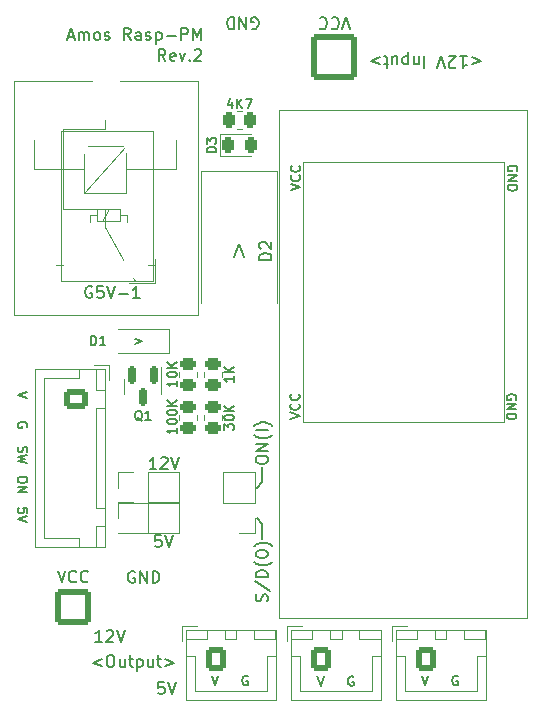
<source format=gbr>
%TF.GenerationSoftware,KiCad,Pcbnew,(6.0.10)*%
%TF.CreationDate,2023-01-30T20:49:18+09:00*%
%TF.ProjectId,rasp_power_module,72617370-5f70-46f7-9765-725f6d6f6475,2*%
%TF.SameCoordinates,PX74269e8PY6f4e628*%
%TF.FileFunction,Legend,Top*%
%TF.FilePolarity,Positive*%
%FSLAX46Y46*%
G04 Gerber Fmt 4.6, Leading zero omitted, Abs format (unit mm)*
G04 Created by KiCad (PCBNEW (6.0.10)) date 2023-01-30 20:49:18*
%MOMM*%
%LPD*%
G01*
G04 APERTURE LIST*
G04 Aperture macros list*
%AMRoundRect*
0 Rectangle with rounded corners*
0 $1 Rounding radius*
0 $2 $3 $4 $5 $6 $7 $8 $9 X,Y pos of 4 corners*
0 Add a 4 corners polygon primitive as box body*
4,1,4,$2,$3,$4,$5,$6,$7,$8,$9,$2,$3,0*
0 Add four circle primitives for the rounded corners*
1,1,$1+$1,$2,$3*
1,1,$1+$1,$4,$5*
1,1,$1+$1,$6,$7*
1,1,$1+$1,$8,$9*
0 Add four rect primitives between the rounded corners*
20,1,$1+$1,$2,$3,$4,$5,0*
20,1,$1+$1,$4,$5,$6,$7,0*
20,1,$1+$1,$6,$7,$8,$9,0*
20,1,$1+$1,$8,$9,$2,$3,0*%
G04 Aperture macros list end*
%ADD10C,0.150000*%
%ADD11C,0.120000*%
%ADD12C,3.000000*%
%ADD13C,2.500000*%
%ADD14C,1.524000*%
%ADD15RoundRect,0.250000X0.450000X-0.262500X0.450000X0.262500X-0.450000X0.262500X-0.450000X-0.262500X0*%
%ADD16R,3.000000X3.000000*%
%ADD17R,1.700000X1.700000*%
%ADD18O,1.700000X1.700000*%
%ADD19RoundRect,0.250000X-0.450000X0.262500X-0.450000X-0.262500X0.450000X-0.262500X0.450000X0.262500X0*%
%ADD20RoundRect,0.249999X-1.300001X-1.300001X1.300001X-1.300001X1.300001X1.300001X-1.300001X1.300001X0*%
%ADD21C,3.100000*%
%ADD22R,3.300000X4.500000*%
%ADD23R,2.000000X2.000000*%
%ADD24C,2.000000*%
%ADD25RoundRect,0.250000X-0.600000X-0.750000X0.600000X-0.750000X0.600000X0.750000X-0.600000X0.750000X0*%
%ADD26O,1.700000X2.000000*%
%ADD27RoundRect,0.250000X0.262500X0.450000X-0.262500X0.450000X-0.262500X-0.450000X0.262500X-0.450000X0*%
%ADD28RoundRect,0.243750X-0.243750X-0.456250X0.243750X-0.456250X0.243750X0.456250X-0.243750X0.456250X0*%
%ADD29RoundRect,0.250002X1.699998X1.699998X-1.699998X1.699998X-1.699998X-1.699998X1.699998X-1.699998X0*%
%ADD30C,3.900000*%
%ADD31RoundRect,0.150000X-0.150000X0.587500X-0.150000X-0.587500X0.150000X-0.587500X0.150000X0.587500X0*%
%ADD32R,1.300000X1.700000*%
%ADD33RoundRect,0.250000X-0.725000X0.600000X-0.725000X-0.600000X0.725000X-0.600000X0.725000X0.600000X0*%
%ADD34O,1.950000X1.700000*%
G04 APERTURE END LIST*
D10*
X20761000Y18648200D02*
X21209000Y19126200D01*
X21209000Y19126200D02*
X21209000Y20396200D01*
X21209000Y15621000D02*
X21209000Y14351000D01*
X20761000Y16078200D02*
X21209000Y15621000D01*
X12636523Y14644620D02*
X12160333Y14644620D01*
X12112714Y14168429D01*
X12160333Y14216048D01*
X12255571Y14263667D01*
X12493666Y14263667D01*
X12588904Y14216048D01*
X12636523Y14168429D01*
X12684142Y14073191D01*
X12684142Y13835096D01*
X12636523Y13739858D01*
X12588904Y13692239D01*
X12493666Y13644620D01*
X12255571Y13644620D01*
X12160333Y13692239D01*
X12112714Y13739858D01*
X12969857Y14644620D02*
X13303190Y13644620D01*
X13636523Y14644620D01*
X21613761Y9057000D02*
X21661380Y9199858D01*
X21661380Y9437953D01*
X21613761Y9533191D01*
X21566142Y9580810D01*
X21470904Y9628429D01*
X21375666Y9628429D01*
X21280428Y9580810D01*
X21232809Y9533191D01*
X21185190Y9437953D01*
X21137571Y9247477D01*
X21089952Y9152239D01*
X21042333Y9104620D01*
X20947095Y9057000D01*
X20851857Y9057000D01*
X20756619Y9104620D01*
X20709000Y9152239D01*
X20661380Y9247477D01*
X20661380Y9485572D01*
X20709000Y9628429D01*
X20613761Y10771286D02*
X21899476Y9914143D01*
X21661380Y11104620D02*
X20661380Y11104620D01*
X20661380Y11342715D01*
X20709000Y11485572D01*
X20804238Y11580810D01*
X20899476Y11628429D01*
X21089952Y11676048D01*
X21232809Y11676048D01*
X21423285Y11628429D01*
X21518523Y11580810D01*
X21613761Y11485572D01*
X21661380Y11342715D01*
X21661380Y11104620D01*
X22042333Y12390334D02*
X21994714Y12342715D01*
X21851857Y12247477D01*
X21756619Y12199858D01*
X21613761Y12152239D01*
X21375666Y12104620D01*
X21185190Y12104620D01*
X20947095Y12152239D01*
X20804238Y12199858D01*
X20709000Y12247477D01*
X20566142Y12342715D01*
X20518523Y12390334D01*
X20661380Y12961762D02*
X20661380Y13152239D01*
X20709000Y13247477D01*
X20804238Y13342715D01*
X20994714Y13390334D01*
X21328047Y13390334D01*
X21518523Y13342715D01*
X21613761Y13247477D01*
X21661380Y13152239D01*
X21661380Y12961762D01*
X21613761Y12866524D01*
X21518523Y12771286D01*
X21328047Y12723667D01*
X20994714Y12723667D01*
X20804238Y12771286D01*
X20709000Y12866524D01*
X20661380Y12961762D01*
X22042333Y13723667D02*
X21994714Y13771286D01*
X21851857Y13866524D01*
X21756619Y13914143D01*
X21613761Y13961762D01*
X21375666Y14009381D01*
X21185190Y14009381D01*
X20947095Y13961762D01*
X20804238Y13914143D01*
X20709000Y13866524D01*
X20566142Y13771286D01*
X20518523Y13723667D01*
X1327095Y16535381D02*
X1327095Y16916334D01*
X946142Y16954429D01*
X984238Y16916334D01*
X1022333Y16840143D01*
X1022333Y16649667D01*
X984238Y16573477D01*
X946142Y16535381D01*
X869952Y16497286D01*
X679476Y16497286D01*
X603285Y16535381D01*
X565190Y16573477D01*
X527095Y16649667D01*
X527095Y16840143D01*
X565190Y16916334D01*
X603285Y16954429D01*
X1327095Y16268715D02*
X527095Y16002048D01*
X1327095Y15735381D01*
X565190Y22148715D02*
X527095Y22034429D01*
X527095Y21843953D01*
X565190Y21767762D01*
X603285Y21729667D01*
X679476Y21691572D01*
X755666Y21691572D01*
X831857Y21729667D01*
X869952Y21767762D01*
X908047Y21843953D01*
X946142Y21996334D01*
X984238Y22072524D01*
X1022333Y22110620D01*
X1098523Y22148715D01*
X1174714Y22148715D01*
X1250904Y22110620D01*
X1289000Y22072524D01*
X1327095Y21996334D01*
X1327095Y21805858D01*
X1289000Y21691572D01*
X1327095Y21424905D02*
X527095Y21234429D01*
X1098523Y21082048D01*
X527095Y20929667D01*
X1327095Y20739191D01*
X38932952Y54522715D02*
X39694857Y54808429D01*
X38932952Y55094143D01*
X37932952Y55189381D02*
X38504380Y55189381D01*
X38218666Y55189381D02*
X38218666Y54189381D01*
X38313904Y54332239D01*
X38409142Y54427477D01*
X38504380Y54475096D01*
X37552000Y54284620D02*
X37504380Y54237000D01*
X37409142Y54189381D01*
X37171047Y54189381D01*
X37075809Y54237000D01*
X37028190Y54284620D01*
X36980571Y54379858D01*
X36980571Y54475096D01*
X37028190Y54617953D01*
X37599619Y55189381D01*
X36980571Y55189381D01*
X36694857Y54189381D02*
X36361523Y55189381D01*
X36028190Y54189381D01*
X34932952Y55189381D02*
X34932952Y54189381D01*
X34456761Y54522715D02*
X34456761Y55189381D01*
X34456761Y54617953D02*
X34409142Y54570334D01*
X34313904Y54522715D01*
X34171047Y54522715D01*
X34075809Y54570334D01*
X34028190Y54665572D01*
X34028190Y55189381D01*
X33552000Y54522715D02*
X33552000Y55522715D01*
X33552000Y54570334D02*
X33456761Y54522715D01*
X33266285Y54522715D01*
X33171047Y54570334D01*
X33123428Y54617953D01*
X33075809Y54713191D01*
X33075809Y54998905D01*
X33123428Y55094143D01*
X33171047Y55141762D01*
X33266285Y55189381D01*
X33456761Y55189381D01*
X33552000Y55141762D01*
X32218666Y54522715D02*
X32218666Y55189381D01*
X32647238Y54522715D02*
X32647238Y55046524D01*
X32599619Y55141762D01*
X32504380Y55189381D01*
X32361523Y55189381D01*
X32266285Y55141762D01*
X32218666Y55094143D01*
X31885333Y54522715D02*
X31504380Y54522715D01*
X31742476Y54189381D02*
X31742476Y55046524D01*
X31694857Y55141762D01*
X31599619Y55189381D01*
X31504380Y55189381D01*
X31171047Y54522715D02*
X30409142Y54808429D01*
X31171047Y55094143D01*
X10388695Y11549000D02*
X10293457Y11596620D01*
X10150600Y11596620D01*
X10007742Y11549000D01*
X9912504Y11453762D01*
X9864885Y11358524D01*
X9817266Y11168048D01*
X9817266Y11025191D01*
X9864885Y10834715D01*
X9912504Y10739477D01*
X10007742Y10644239D01*
X10150600Y10596620D01*
X10245838Y10596620D01*
X10388695Y10644239D01*
X10436314Y10691858D01*
X10436314Y11025191D01*
X10245838Y11025191D01*
X10864885Y10596620D02*
X10864885Y11596620D01*
X11436314Y10596620D01*
X11436314Y11596620D01*
X11912504Y10596620D02*
X11912504Y11596620D01*
X12150600Y11596620D01*
X12293457Y11549000D01*
X12388695Y11453762D01*
X12436314Y11358524D01*
X12483933Y11168048D01*
X12483933Y11025191D01*
X12436314Y10834715D01*
X12388695Y10739477D01*
X12293457Y10644239D01*
X12150600Y10596620D01*
X11912504Y10596620D01*
X1327095Y19418239D02*
X1327095Y19265858D01*
X1289000Y19189667D01*
X1212809Y19113477D01*
X1060428Y19075381D01*
X793761Y19075381D01*
X641380Y19113477D01*
X565190Y19189667D01*
X527095Y19265858D01*
X527095Y19418239D01*
X565190Y19494429D01*
X641380Y19570620D01*
X793761Y19608715D01*
X1060428Y19608715D01*
X1212809Y19570620D01*
X1289000Y19494429D01*
X1327095Y19418239D01*
X527095Y18732524D02*
X1327095Y18732524D01*
X527095Y18275381D01*
X1327095Y18275381D01*
X13950904Y27717820D02*
X13950904Y27260677D01*
X13950904Y27489248D02*
X13150904Y27489248D01*
X13265190Y27413058D01*
X13341380Y27336867D01*
X13379476Y27260677D01*
X13150904Y28213058D02*
X13150904Y28289248D01*
X13189000Y28365439D01*
X13227095Y28403534D01*
X13303285Y28441629D01*
X13455666Y28479724D01*
X13646142Y28479724D01*
X13798523Y28441629D01*
X13874714Y28403534D01*
X13912809Y28365439D01*
X13950904Y28289248D01*
X13950904Y28213058D01*
X13912809Y28136867D01*
X13874714Y28098772D01*
X13798523Y28060677D01*
X13646142Y28022581D01*
X13455666Y28022581D01*
X13303285Y28060677D01*
X13227095Y28098772D01*
X13189000Y28136867D01*
X13150904Y28213058D01*
X13950904Y28822581D02*
X13150904Y28822581D01*
X13950904Y29279724D02*
X13493761Y28936867D01*
X13150904Y29279724D02*
X13608047Y28822581D01*
X13950904Y23730067D02*
X13950904Y23272924D01*
X13950904Y23501496D02*
X13150904Y23501496D01*
X13265190Y23425305D01*
X13341380Y23349115D01*
X13379476Y23272924D01*
X13150904Y24225305D02*
X13150904Y24301496D01*
X13189000Y24377686D01*
X13227095Y24415781D01*
X13303285Y24453877D01*
X13455666Y24491972D01*
X13646142Y24491972D01*
X13798523Y24453877D01*
X13874714Y24415781D01*
X13912809Y24377686D01*
X13950904Y24301496D01*
X13950904Y24225305D01*
X13912809Y24149115D01*
X13874714Y24111020D01*
X13798523Y24072924D01*
X13646142Y24034829D01*
X13455666Y24034829D01*
X13303285Y24072924D01*
X13227095Y24111020D01*
X13189000Y24149115D01*
X13150904Y24225305D01*
X13150904Y24987210D02*
X13150904Y25063400D01*
X13189000Y25139591D01*
X13227095Y25177686D01*
X13303285Y25215781D01*
X13455666Y25253877D01*
X13646142Y25253877D01*
X13798523Y25215781D01*
X13874714Y25177686D01*
X13912809Y25139591D01*
X13950904Y25063400D01*
X13950904Y24987210D01*
X13912809Y24911020D01*
X13874714Y24872924D01*
X13798523Y24834829D01*
X13646142Y24796734D01*
X13455666Y24796734D01*
X13303285Y24834829D01*
X13227095Y24872924D01*
X13189000Y24911020D01*
X13150904Y24987210D01*
X13950904Y25596734D02*
X13150904Y25596734D01*
X13950904Y26053877D02*
X13493761Y25711020D01*
X13150904Y26053877D02*
X13608047Y25596734D01*
X7635952Y5618220D02*
X7064523Y5618220D01*
X7350238Y5618220D02*
X7350238Y6618220D01*
X7255000Y6475362D01*
X7159761Y6380124D01*
X7064523Y6332505D01*
X8016904Y6522981D02*
X8064523Y6570600D01*
X8159761Y6618220D01*
X8397857Y6618220D01*
X8493095Y6570600D01*
X8540714Y6522981D01*
X8588333Y6427743D01*
X8588333Y6332505D01*
X8540714Y6189648D01*
X7969285Y5618220D01*
X8588333Y5618220D01*
X8874047Y6618220D02*
X9207380Y5618220D01*
X9540714Y6618220D01*
X18650028Y51352429D02*
X18650028Y50819096D01*
X18459552Y51657191D02*
X18269076Y51085762D01*
X18764314Y51085762D01*
X19069076Y50819096D02*
X19069076Y51619096D01*
X19526219Y50819096D02*
X19183361Y51276239D01*
X19526219Y51619096D02*
X19069076Y51161953D01*
X19792885Y51619096D02*
X20326219Y51619096D01*
X19983361Y50819096D01*
X18804771Y38163572D02*
X19233342Y39306429D01*
X19661914Y38163572D01*
X1289000Y23793477D02*
X1327095Y23869667D01*
X1327095Y23983953D01*
X1289000Y24098239D01*
X1212809Y24174429D01*
X1136619Y24212524D01*
X984238Y24250620D01*
X869952Y24250620D01*
X717571Y24212524D01*
X641380Y24174429D01*
X565190Y24098239D01*
X527095Y23983953D01*
X527095Y23907762D01*
X565190Y23793477D01*
X603285Y23755381D01*
X869952Y23755381D01*
X869952Y23907762D01*
X20661380Y20955191D02*
X20661380Y21145667D01*
X20709000Y21240905D01*
X20804238Y21336143D01*
X20994714Y21383762D01*
X21328047Y21383762D01*
X21518523Y21336143D01*
X21613761Y21240905D01*
X21661380Y21145667D01*
X21661380Y20955191D01*
X21613761Y20859953D01*
X21518523Y20764715D01*
X21328047Y20717096D01*
X20994714Y20717096D01*
X20804238Y20764715D01*
X20709000Y20859953D01*
X20661380Y20955191D01*
X21661380Y21812334D02*
X20661380Y21812334D01*
X21661380Y22383762D01*
X20661380Y22383762D01*
X22042333Y23145667D02*
X21994714Y23098048D01*
X21851857Y23002810D01*
X21756619Y22955191D01*
X21613761Y22907572D01*
X21375666Y22859953D01*
X21185190Y22859953D01*
X20947095Y22907572D01*
X20804238Y22955191D01*
X20709000Y23002810D01*
X20566142Y23098048D01*
X20518523Y23145667D01*
X21661380Y23526620D02*
X20661380Y23526620D01*
X22042333Y23907572D02*
X21994714Y23955191D01*
X21851857Y24050429D01*
X21756619Y24098048D01*
X21613761Y24145667D01*
X21375666Y24193286D01*
X21185190Y24193286D01*
X20947095Y24145667D01*
X20804238Y24098048D01*
X20709000Y24050429D01*
X20566142Y23955191D01*
X20518523Y23907572D01*
X12237952Y20248620D02*
X11666523Y20248620D01*
X11952238Y20248620D02*
X11952238Y21248620D01*
X11857000Y21105762D01*
X11761761Y21010524D01*
X11666523Y20962905D01*
X12618904Y21153381D02*
X12666523Y21201000D01*
X12761761Y21248620D01*
X12999857Y21248620D01*
X13095095Y21201000D01*
X13142714Y21153381D01*
X13190333Y21058143D01*
X13190333Y20962905D01*
X13142714Y20820048D01*
X12571285Y20248620D01*
X13190333Y20248620D01*
X13476047Y21248620D02*
X13809380Y20248620D01*
X14142714Y21248620D01*
X28638333Y57491381D02*
X28305000Y58491381D01*
X27971666Y57491381D01*
X27066904Y58396143D02*
X27114523Y58443762D01*
X27257380Y58491381D01*
X27352619Y58491381D01*
X27495476Y58443762D01*
X27590714Y58348524D01*
X27638333Y58253286D01*
X27685952Y58062810D01*
X27685952Y57919953D01*
X27638333Y57729477D01*
X27590714Y57634239D01*
X27495476Y57539000D01*
X27352619Y57491381D01*
X27257380Y57491381D01*
X27114523Y57539000D01*
X27066904Y57586620D01*
X26066904Y58396143D02*
X26114523Y58443762D01*
X26257380Y58491381D01*
X26352619Y58491381D01*
X26495476Y58443762D01*
X26590714Y58348524D01*
X26638333Y58253286D01*
X26685952Y58062810D01*
X26685952Y57919953D01*
X26638333Y57729477D01*
X26590714Y57634239D01*
X26495476Y57539000D01*
X26352619Y57491381D01*
X26257380Y57491381D01*
X26114523Y57539000D01*
X26066904Y57586620D01*
X25876447Y2698696D02*
X26143114Y1898696D01*
X26409780Y2698696D01*
X28924066Y2660600D02*
X28847876Y2698696D01*
X28733590Y2698696D01*
X28619304Y2660600D01*
X28543114Y2584410D01*
X28505019Y2508220D01*
X28466923Y2355839D01*
X28466923Y2241553D01*
X28505019Y2089172D01*
X28543114Y2012981D01*
X28619304Y1936791D01*
X28733590Y1898696D01*
X28809780Y1898696D01*
X28924066Y1936791D01*
X28962161Y1974886D01*
X28962161Y2241553D01*
X28809780Y2241553D01*
X42741800Y45491324D02*
X42779895Y45567515D01*
X42779895Y45681800D01*
X42741800Y45796086D01*
X42665609Y45872277D01*
X42589419Y45910372D01*
X42437038Y45948467D01*
X42322752Y45948467D01*
X42170371Y45910372D01*
X42094180Y45872277D01*
X42017990Y45796086D01*
X41979895Y45681800D01*
X41979895Y45605610D01*
X42017990Y45491324D01*
X42056085Y45453229D01*
X42322752Y45453229D01*
X42322752Y45605610D01*
X41979895Y45110372D02*
X42779895Y45110372D01*
X41979895Y44653229D01*
X42779895Y44653229D01*
X41979895Y44272277D02*
X42779895Y44272277D01*
X42779895Y44081800D01*
X42741800Y43967515D01*
X42665609Y43891324D01*
X42589419Y43853229D01*
X42437038Y43815134D01*
X42322752Y43815134D01*
X42170371Y43853229D01*
X42094180Y43891324D01*
X42017990Y43967515D01*
X41979895Y44081800D01*
X41979895Y44272277D01*
X34715647Y2749496D02*
X34982314Y1949496D01*
X35248980Y2749496D01*
X37763266Y2711400D02*
X37687076Y2749496D01*
X37572790Y2749496D01*
X37458504Y2711400D01*
X37382314Y2635210D01*
X37344219Y2559020D01*
X37306123Y2406639D01*
X37306123Y2292353D01*
X37344219Y2139972D01*
X37382314Y2063781D01*
X37458504Y1987591D01*
X37572790Y1949496D01*
X37648980Y1949496D01*
X37763266Y1987591D01*
X37801361Y2025686D01*
X37801361Y2292353D01*
X37648980Y2292353D01*
X6770904Y35679000D02*
X6675666Y35726620D01*
X6532809Y35726620D01*
X6389952Y35679000D01*
X6294714Y35583762D01*
X6247095Y35488524D01*
X6199476Y35298048D01*
X6199476Y35155191D01*
X6247095Y34964715D01*
X6294714Y34869477D01*
X6389952Y34774239D01*
X6532809Y34726620D01*
X6628047Y34726620D01*
X6770904Y34774239D01*
X6818523Y34821858D01*
X6818523Y35155191D01*
X6628047Y35155191D01*
X7723285Y35726620D02*
X7247095Y35726620D01*
X7199476Y35250429D01*
X7247095Y35298048D01*
X7342333Y35345667D01*
X7580428Y35345667D01*
X7675666Y35298048D01*
X7723285Y35250429D01*
X7770904Y35155191D01*
X7770904Y34917096D01*
X7723285Y34821858D01*
X7675666Y34774239D01*
X7580428Y34726620D01*
X7342333Y34726620D01*
X7247095Y34774239D01*
X7199476Y34821858D01*
X8056619Y35726620D02*
X8389952Y34726620D01*
X8723285Y35726620D01*
X9056619Y35107572D02*
X9818523Y35107572D01*
X10818523Y34726620D02*
X10247095Y34726620D01*
X10532809Y34726620D02*
X10532809Y35726620D01*
X10437571Y35583762D01*
X10342333Y35488524D01*
X10247095Y35440905D01*
X42691000Y26136524D02*
X42729095Y26212715D01*
X42729095Y26327000D01*
X42691000Y26441286D01*
X42614809Y26517477D01*
X42538619Y26555572D01*
X42386238Y26593667D01*
X42271952Y26593667D01*
X42119571Y26555572D01*
X42043380Y26517477D01*
X41967190Y26441286D01*
X41929095Y26327000D01*
X41929095Y26250810D01*
X41967190Y26136524D01*
X42005285Y26098429D01*
X42271952Y26098429D01*
X42271952Y26250810D01*
X41929095Y25755572D02*
X42729095Y25755572D01*
X41929095Y25298429D01*
X42729095Y25298429D01*
X41929095Y24917477D02*
X42729095Y24917477D01*
X42729095Y24727000D01*
X42691000Y24612715D01*
X42614809Y24536524D01*
X42538619Y24498429D01*
X42386238Y24460334D01*
X42271952Y24460334D01*
X42119571Y24498429D01*
X42043380Y24536524D01*
X41967190Y24612715D01*
X41929095Y24727000D01*
X41929095Y24917477D01*
X10439438Y31286429D02*
X11048961Y31057858D01*
X10439438Y30829286D01*
X16935647Y2749496D02*
X17202314Y1949496D01*
X17468980Y2749496D01*
X19983266Y2711400D02*
X19907076Y2749496D01*
X19792790Y2749496D01*
X19678504Y2711400D01*
X19602314Y2635210D01*
X19564219Y2559020D01*
X19526123Y2406639D01*
X19526123Y2292353D01*
X19564219Y2139972D01*
X19602314Y2063781D01*
X19678504Y1987591D01*
X19792790Y1949496D01*
X19868980Y1949496D01*
X19983266Y1987591D01*
X20021361Y2025686D01*
X20021361Y2292353D01*
X19868980Y2292353D01*
X3873666Y11647420D02*
X4207000Y10647420D01*
X4540333Y11647420D01*
X5445095Y10742658D02*
X5397476Y10695039D01*
X5254619Y10647420D01*
X5159380Y10647420D01*
X5016523Y10695039D01*
X4921285Y10790277D01*
X4873666Y10885515D01*
X4826047Y11075991D01*
X4826047Y11218848D01*
X4873666Y11409324D01*
X4921285Y11504562D01*
X5016523Y11599800D01*
X5159380Y11647420D01*
X5254619Y11647420D01*
X5397476Y11599800D01*
X5445095Y11552181D01*
X6445095Y10742658D02*
X6397476Y10695039D01*
X6254619Y10647420D01*
X6159380Y10647420D01*
X6016523Y10695039D01*
X5921285Y10790277D01*
X5873666Y10885515D01*
X5826047Y11075991D01*
X5826047Y11218848D01*
X5873666Y11409324D01*
X5921285Y11504562D01*
X6016523Y11599800D01*
X6159380Y11647420D01*
X6254619Y11647420D01*
X6397476Y11599800D01*
X6445095Y11552181D01*
X17976904Y23564981D02*
X17976904Y24060220D01*
X18281666Y23793553D01*
X18281666Y23907839D01*
X18319761Y23984029D01*
X18357857Y24022124D01*
X18434047Y24060220D01*
X18624523Y24060220D01*
X18700714Y24022124D01*
X18738809Y23984029D01*
X18776904Y23907839D01*
X18776904Y23679267D01*
X18738809Y23603077D01*
X18700714Y23564981D01*
X17976904Y24555458D02*
X17976904Y24631648D01*
X18015000Y24707839D01*
X18053095Y24745934D01*
X18129285Y24784029D01*
X18281666Y24822124D01*
X18472142Y24822124D01*
X18624523Y24784029D01*
X18700714Y24745934D01*
X18738809Y24707839D01*
X18776904Y24631648D01*
X18776904Y24555458D01*
X18738809Y24479267D01*
X18700714Y24441172D01*
X18624523Y24403077D01*
X18472142Y24364981D01*
X18281666Y24364981D01*
X18129285Y24403077D01*
X18053095Y24441172D01*
X18015000Y24479267D01*
X17976904Y24555458D01*
X18776904Y25164981D02*
X17976904Y25164981D01*
X18776904Y25622124D02*
X18319761Y25279267D01*
X17976904Y25622124D02*
X18434047Y25164981D01*
X12890523Y2198620D02*
X12414333Y2198620D01*
X12366714Y1722429D01*
X12414333Y1770048D01*
X12509571Y1817667D01*
X12747666Y1817667D01*
X12842904Y1770048D01*
X12890523Y1722429D01*
X12938142Y1627191D01*
X12938142Y1389096D01*
X12890523Y1293858D01*
X12842904Y1246239D01*
X12747666Y1198620D01*
X12509571Y1198620D01*
X12414333Y1246239D01*
X12366714Y1293858D01*
X13223857Y2198620D02*
X13557190Y1198620D01*
X13890523Y2198620D01*
X7596523Y4151286D02*
X6834619Y3865572D01*
X7596523Y3579858D01*
X8263190Y4484620D02*
X8453666Y4484620D01*
X8548904Y4437000D01*
X8644142Y4341762D01*
X8691761Y4151286D01*
X8691761Y3817953D01*
X8644142Y3627477D01*
X8548904Y3532239D01*
X8453666Y3484620D01*
X8263190Y3484620D01*
X8167952Y3532239D01*
X8072714Y3627477D01*
X8025095Y3817953D01*
X8025095Y4151286D01*
X8072714Y4341762D01*
X8167952Y4437000D01*
X8263190Y4484620D01*
X9548904Y4151286D02*
X9548904Y3484620D01*
X9120333Y4151286D02*
X9120333Y3627477D01*
X9167952Y3532239D01*
X9263190Y3484620D01*
X9406047Y3484620D01*
X9501285Y3532239D01*
X9548904Y3579858D01*
X9882238Y4151286D02*
X10263190Y4151286D01*
X10025095Y4484620D02*
X10025095Y3627477D01*
X10072714Y3532239D01*
X10167952Y3484620D01*
X10263190Y3484620D01*
X10596523Y4151286D02*
X10596523Y3151286D01*
X10596523Y4103667D02*
X10691761Y4151286D01*
X10882238Y4151286D01*
X10977476Y4103667D01*
X11025095Y4056048D01*
X11072714Y3960810D01*
X11072714Y3675096D01*
X11025095Y3579858D01*
X10977476Y3532239D01*
X10882238Y3484620D01*
X10691761Y3484620D01*
X10596523Y3532239D01*
X11929857Y4151286D02*
X11929857Y3484620D01*
X11501285Y4151286D02*
X11501285Y3627477D01*
X11548904Y3532239D01*
X11644142Y3484620D01*
X11787000Y3484620D01*
X11882238Y3532239D01*
X11929857Y3579858D01*
X12263190Y4151286D02*
X12644142Y4151286D01*
X12406047Y4484620D02*
X12406047Y3627477D01*
X12453666Y3532239D01*
X12548904Y3484620D01*
X12644142Y3484620D01*
X12977476Y4151286D02*
X13739380Y3865572D01*
X12977476Y3579858D01*
X20319904Y57539000D02*
X20415142Y57491381D01*
X20558000Y57491381D01*
X20700857Y57539000D01*
X20796095Y57634239D01*
X20843714Y57729477D01*
X20891333Y57919953D01*
X20891333Y58062810D01*
X20843714Y58253286D01*
X20796095Y58348524D01*
X20700857Y58443762D01*
X20558000Y58491381D01*
X20462761Y58491381D01*
X20319904Y58443762D01*
X20272285Y58396143D01*
X20272285Y58062810D01*
X20462761Y58062810D01*
X19843714Y58491381D02*
X19843714Y57491381D01*
X19272285Y58491381D01*
X19272285Y57491381D01*
X18796095Y58491381D02*
X18796095Y57491381D01*
X18558000Y57491381D01*
X18415142Y57539000D01*
X18319904Y57634239D01*
X18272285Y57729477D01*
X18224666Y57919953D01*
X18224666Y58062810D01*
X18272285Y58253286D01*
X18319904Y58348524D01*
X18415142Y58443762D01*
X18558000Y58491381D01*
X18796095Y58491381D01*
X23564904Y24511134D02*
X24364904Y24777800D01*
X23564904Y25044467D01*
X24288714Y25768277D02*
X24326809Y25730181D01*
X24364904Y25615896D01*
X24364904Y25539705D01*
X24326809Y25425420D01*
X24250619Y25349229D01*
X24174428Y25311134D01*
X24022047Y25273039D01*
X23907761Y25273039D01*
X23755380Y25311134D01*
X23679190Y25349229D01*
X23603000Y25425420D01*
X23564904Y25539705D01*
X23564904Y25615896D01*
X23603000Y25730181D01*
X23641095Y25768277D01*
X24288714Y26568277D02*
X24326809Y26530181D01*
X24364904Y26415896D01*
X24364904Y26339705D01*
X24326809Y26225420D01*
X24250619Y26149229D01*
X24174428Y26111134D01*
X24022047Y26073039D01*
X23907761Y26073039D01*
X23755380Y26111134D01*
X23679190Y26149229D01*
X23603000Y26225420D01*
X23564904Y26339705D01*
X23564904Y26415896D01*
X23603000Y26530181D01*
X23641095Y26568277D01*
X4771142Y56856334D02*
X5247333Y56856334D01*
X4675904Y56570620D02*
X5009238Y57570620D01*
X5342571Y56570620D01*
X5675904Y56570620D02*
X5675904Y57237286D01*
X5675904Y57142048D02*
X5723523Y57189667D01*
X5818761Y57237286D01*
X5961619Y57237286D01*
X6056857Y57189667D01*
X6104476Y57094429D01*
X6104476Y56570620D01*
X6104476Y57094429D02*
X6152095Y57189667D01*
X6247333Y57237286D01*
X6390190Y57237286D01*
X6485428Y57189667D01*
X6533047Y57094429D01*
X6533047Y56570620D01*
X7152095Y56570620D02*
X7056857Y56618239D01*
X7009238Y56665858D01*
X6961619Y56761096D01*
X6961619Y57046810D01*
X7009238Y57142048D01*
X7056857Y57189667D01*
X7152095Y57237286D01*
X7294952Y57237286D01*
X7390190Y57189667D01*
X7437809Y57142048D01*
X7485428Y57046810D01*
X7485428Y56761096D01*
X7437809Y56665858D01*
X7390190Y56618239D01*
X7294952Y56570620D01*
X7152095Y56570620D01*
X7866380Y56618239D02*
X7961619Y56570620D01*
X8152095Y56570620D01*
X8247333Y56618239D01*
X8294952Y56713477D01*
X8294952Y56761096D01*
X8247333Y56856334D01*
X8152095Y56903953D01*
X8009238Y56903953D01*
X7914000Y56951572D01*
X7866380Y57046810D01*
X7866380Y57094429D01*
X7914000Y57189667D01*
X8009238Y57237286D01*
X8152095Y57237286D01*
X8247333Y57189667D01*
X10056857Y56570620D02*
X9723523Y57046810D01*
X9485428Y56570620D02*
X9485428Y57570620D01*
X9866380Y57570620D01*
X9961619Y57523000D01*
X10009238Y57475381D01*
X10056857Y57380143D01*
X10056857Y57237286D01*
X10009238Y57142048D01*
X9961619Y57094429D01*
X9866380Y57046810D01*
X9485428Y57046810D01*
X10914000Y56570620D02*
X10914000Y57094429D01*
X10866380Y57189667D01*
X10771142Y57237286D01*
X10580666Y57237286D01*
X10485428Y57189667D01*
X10914000Y56618239D02*
X10818761Y56570620D01*
X10580666Y56570620D01*
X10485428Y56618239D01*
X10437809Y56713477D01*
X10437809Y56808715D01*
X10485428Y56903953D01*
X10580666Y56951572D01*
X10818761Y56951572D01*
X10914000Y56999191D01*
X11342571Y56618239D02*
X11437809Y56570620D01*
X11628285Y56570620D01*
X11723523Y56618239D01*
X11771142Y56713477D01*
X11771142Y56761096D01*
X11723523Y56856334D01*
X11628285Y56903953D01*
X11485428Y56903953D01*
X11390190Y56951572D01*
X11342571Y57046810D01*
X11342571Y57094429D01*
X11390190Y57189667D01*
X11485428Y57237286D01*
X11628285Y57237286D01*
X11723523Y57189667D01*
X12199714Y57237286D02*
X12199714Y56237286D01*
X12199714Y57189667D02*
X12294952Y57237286D01*
X12485428Y57237286D01*
X12580666Y57189667D01*
X12628285Y57142048D01*
X12675904Y57046810D01*
X12675904Y56761096D01*
X12628285Y56665858D01*
X12580666Y56618239D01*
X12485428Y56570620D01*
X12294952Y56570620D01*
X12199714Y56618239D01*
X13104476Y56951572D02*
X13866380Y56951572D01*
X14342571Y56570620D02*
X14342571Y57570620D01*
X14723523Y57570620D01*
X14818761Y57523000D01*
X14866380Y57475381D01*
X14914000Y57380143D01*
X14914000Y57237286D01*
X14866380Y57142048D01*
X14818761Y57094429D01*
X14723523Y57046810D01*
X14342571Y57046810D01*
X15342571Y56570620D02*
X15342571Y57570620D01*
X15675904Y56856334D01*
X16009238Y57570620D01*
X16009238Y56570620D01*
X23615704Y43865934D02*
X24415704Y44132600D01*
X23615704Y44399267D01*
X24339514Y45123077D02*
X24377609Y45084981D01*
X24415704Y44970696D01*
X24415704Y44894505D01*
X24377609Y44780220D01*
X24301419Y44704029D01*
X24225228Y44665934D01*
X24072847Y44627839D01*
X23958561Y44627839D01*
X23806180Y44665934D01*
X23729990Y44704029D01*
X23653800Y44780220D01*
X23615704Y44894505D01*
X23615704Y44970696D01*
X23653800Y45084981D01*
X23691895Y45123077D01*
X24339514Y45923077D02*
X24377609Y45884981D01*
X24415704Y45770696D01*
X24415704Y45694505D01*
X24377609Y45580220D01*
X24301419Y45504029D01*
X24225228Y45465934D01*
X24072847Y45427839D01*
X23958561Y45427839D01*
X23806180Y45465934D01*
X23729990Y45504029D01*
X23653800Y45580220D01*
X23615704Y45694505D01*
X23615704Y45770696D01*
X23653800Y45884981D01*
X23691895Y45923077D01*
X13009714Y54792620D02*
X12676380Y55268810D01*
X12438285Y54792620D02*
X12438285Y55792620D01*
X12819238Y55792620D01*
X12914476Y55745000D01*
X12962095Y55697381D01*
X13009714Y55602143D01*
X13009714Y55459286D01*
X12962095Y55364048D01*
X12914476Y55316429D01*
X12819238Y55268810D01*
X12438285Y55268810D01*
X13819238Y54840239D02*
X13724000Y54792620D01*
X13533523Y54792620D01*
X13438285Y54840239D01*
X13390666Y54935477D01*
X13390666Y55316429D01*
X13438285Y55411667D01*
X13533523Y55459286D01*
X13724000Y55459286D01*
X13819238Y55411667D01*
X13866857Y55316429D01*
X13866857Y55221191D01*
X13390666Y55125953D01*
X14200190Y55459286D02*
X14438285Y54792620D01*
X14676380Y55459286D01*
X15057333Y54887858D02*
X15104952Y54840239D01*
X15057333Y54792620D01*
X15009714Y54840239D01*
X15057333Y54887858D01*
X15057333Y54792620D01*
X15485904Y55697381D02*
X15533523Y55745000D01*
X15628761Y55792620D01*
X15866857Y55792620D01*
X15962095Y55745000D01*
X16009714Y55697381D01*
X16057333Y55602143D01*
X16057333Y55506905D01*
X16009714Y55364048D01*
X15438285Y54792620D01*
X16057333Y54792620D01*
X1327095Y26809667D02*
X527095Y26543000D01*
X1327095Y26276334D01*
X18776904Y28098772D02*
X18776904Y27641629D01*
X18776904Y27870200D02*
X17976904Y27870200D01*
X18091190Y27794010D01*
X18167380Y27717820D01*
X18205476Y27641629D01*
X18776904Y28441629D02*
X17976904Y28441629D01*
X18776904Y28898772D02*
X18319761Y28555915D01*
X17976904Y28898772D02*
X18434047Y28441629D01*
%TO.C,D2*%
X21966180Y37958635D02*
X20966180Y37958635D01*
X20966180Y38196730D01*
X21013800Y38339588D01*
X21109038Y38434826D01*
X21204276Y38482445D01*
X21394752Y38530064D01*
X21537609Y38530064D01*
X21728085Y38482445D01*
X21823323Y38434826D01*
X21918561Y38339588D01*
X21966180Y38196730D01*
X21966180Y37958635D01*
X21061419Y38911016D02*
X21013800Y38958635D01*
X20966180Y39053873D01*
X20966180Y39291969D01*
X21013800Y39387207D01*
X21061419Y39434826D01*
X21156657Y39482445D01*
X21251895Y39482445D01*
X21394752Y39434826D01*
X21966180Y38863397D01*
X21966180Y39482445D01*
%TO.C,D3*%
X17303704Y47085324D02*
X16503704Y47085324D01*
X16503704Y47275800D01*
X16541800Y47390086D01*
X16617990Y47466277D01*
X16694180Y47504372D01*
X16846561Y47542467D01*
X16960847Y47542467D01*
X17113228Y47504372D01*
X17189419Y47466277D01*
X17265609Y47390086D01*
X17303704Y47275800D01*
X17303704Y47085324D01*
X16503704Y47809134D02*
X16503704Y48304372D01*
X16808466Y48037705D01*
X16808466Y48151991D01*
X16846561Y48228181D01*
X16884657Y48266277D01*
X16960847Y48304372D01*
X17151323Y48304372D01*
X17227514Y48266277D01*
X17265609Y48228181D01*
X17303704Y48151991D01*
X17303704Y47923420D01*
X17265609Y47847229D01*
X17227514Y47809134D01*
%TO.C,Q1*%
X11023609Y24326905D02*
X10947419Y24365000D01*
X10871228Y24441191D01*
X10756942Y24555477D01*
X10680752Y24593572D01*
X10604561Y24593572D01*
X10642657Y24403096D02*
X10566466Y24441191D01*
X10490276Y24517381D01*
X10452180Y24669762D01*
X10452180Y24936429D01*
X10490276Y25088810D01*
X10566466Y25165000D01*
X10642657Y25203096D01*
X10795038Y25203096D01*
X10871228Y25165000D01*
X10947419Y25088810D01*
X10985514Y24936429D01*
X10985514Y24669762D01*
X10947419Y24517381D01*
X10871228Y24441191D01*
X10795038Y24403096D01*
X10642657Y24403096D01*
X11747419Y24403096D02*
X11290276Y24403096D01*
X11518847Y24403096D02*
X11518847Y25203096D01*
X11442657Y25088810D01*
X11366466Y25012620D01*
X11290276Y24974524D01*
%TO.C,D1*%
X6699323Y30753096D02*
X6699323Y31553096D01*
X6889800Y31553096D01*
X7004085Y31515000D01*
X7080276Y31438810D01*
X7118371Y31362620D01*
X7156466Y31210239D01*
X7156466Y31095953D01*
X7118371Y30943572D01*
X7080276Y30867381D01*
X7004085Y30791191D01*
X6889800Y30753096D01*
X6699323Y30753096D01*
X7918371Y30753096D02*
X7461228Y30753096D01*
X7689800Y30753096D02*
X7689800Y31553096D01*
X7613609Y31438810D01*
X7537419Y31362620D01*
X7461228Y31324524D01*
D11*
%TO.C,K2*%
X9700200Y47639000D02*
X9700200Y43639000D01*
X12150200Y37539000D02*
X9650200Y37539000D01*
X15750200Y53089000D02*
X15750200Y33289000D01*
X7900200Y40739000D02*
X10400200Y36139000D01*
X7900200Y49039000D02*
X7900200Y49839000D01*
X6100200Y43639000D02*
X9700200Y47639000D01*
X7900200Y42239000D02*
X7900200Y40739000D01*
X13900200Y45639000D02*
X9700200Y45639000D01*
X7900200Y49039000D02*
X4300200Y49039000D01*
X6750200Y53089000D02*
X150200Y53089000D01*
X150200Y33289000D02*
X150200Y53089000D01*
X4300200Y42239000D02*
X4300200Y49039000D01*
X3750200Y37539000D02*
X6200200Y37539000D01*
X6100200Y45639000D02*
X1900200Y45639000D01*
X1900200Y48139000D02*
X1900200Y45639000D01*
X9700200Y43639000D02*
X6100200Y43639000D01*
X13900200Y45639000D02*
X13900200Y48139000D01*
X15750200Y33289000D02*
X150200Y33289000D01*
X15750200Y53089000D02*
X9150200Y53089000D01*
X7900200Y42239000D02*
X4300200Y42239000D01*
X6100200Y47639000D02*
X9700200Y47639000D01*
X6100200Y43639000D02*
X6100200Y47639000D01*
%TO.C,DCDC1*%
X41656000Y46228000D02*
X24656000Y46228000D01*
X24656000Y46228000D02*
X24656000Y24228000D01*
X24656000Y24228000D02*
X41656000Y24228000D01*
X41656000Y24228000D02*
X41656000Y46228000D01*
%TO.C,R1*%
X17778400Y28043136D02*
X17778400Y28497264D01*
X16308400Y28043136D02*
X16308400Y28497264D01*
%TO.C,DCDC2*%
X43647000Y50633800D02*
X22647000Y50633800D01*
X22647000Y50633800D02*
X22647000Y7633800D01*
X22647000Y7633800D02*
X43647000Y7633800D01*
X43647000Y7633800D02*
X43647000Y50633800D01*
%TO.C,JP1*%
X8957000Y17399000D02*
X11557000Y17399000D01*
X11557000Y17399000D02*
X11557000Y19999000D01*
X8957000Y18669000D02*
X8957000Y19999000D01*
X8957000Y19999000D02*
X10287000Y19999000D01*
X8957000Y17399000D02*
X8957000Y17339000D01*
X8957000Y17339000D02*
X14157000Y17339000D01*
X14157000Y19999000D02*
X14157000Y17339000D01*
X11557000Y19999000D02*
X14157000Y19999000D01*
%TO.C,R4*%
X17778400Y24850464D02*
X17778400Y24396336D01*
X16308400Y24850464D02*
X16308400Y24396336D01*
%TO.C,D2*%
X15977800Y45496730D02*
X22477800Y45496730D01*
X22477800Y45496730D02*
X22477800Y34296730D01*
X15977800Y45496730D02*
X15977800Y34296730D01*
%TO.C,R2*%
X14174800Y28043136D02*
X14174800Y28497264D01*
X15644800Y28043136D02*
X15644800Y28497264D01*
%TO.C,J3*%
X20557800Y16129000D02*
X20557800Y14799000D01*
X20557800Y17399000D02*
X20557800Y19999000D01*
X20557800Y17399000D02*
X17897800Y17399000D01*
X20557800Y14799000D02*
X19227800Y14799000D01*
X17897800Y17399000D02*
X17897800Y19999000D01*
X20557800Y19999000D02*
X17897800Y19999000D01*
%TO.C,K1*%
X9779000Y41148000D02*
X9779000Y41783000D01*
X11941000Y48865000D02*
X11941000Y36165000D01*
X7214000Y41275000D02*
X9119000Y41275000D01*
X4141000Y48865000D02*
X11941000Y48865000D01*
X6579000Y41148000D02*
X6579000Y41783000D01*
X6579000Y41783000D02*
X7214000Y41783000D01*
X9119000Y41275000D02*
X9119000Y42291000D01*
X9119000Y42291000D02*
X7214000Y42291000D01*
X7595000Y41275000D02*
X8230000Y42291000D01*
X4141000Y36165000D02*
X4141000Y48865000D01*
X12141000Y35965000D02*
X9941000Y35965000D01*
X12141000Y38065000D02*
X12141000Y35965000D01*
X11941000Y36165000D02*
X4141000Y36165000D01*
X7214000Y41275000D02*
X7214000Y42291000D01*
X9779000Y41783000D02*
X9119000Y41783000D01*
%TO.C,J7*%
X22332000Y6651000D02*
X14712000Y6651000D01*
X18022000Y5891000D02*
X19022000Y5891000D01*
X15472000Y1441000D02*
X18522000Y1441000D01*
X15672000Y6941000D02*
X14422000Y6941000D01*
X14712000Y6651000D02*
X14712000Y681000D01*
X21572000Y1441000D02*
X18522000Y1441000D01*
X22322000Y6641000D02*
X20522000Y6641000D01*
X19022000Y5891000D02*
X19022000Y6641000D01*
X18022000Y6641000D02*
X18022000Y5891000D01*
X14722000Y5891000D02*
X16522000Y5891000D01*
X22332000Y681000D02*
X22332000Y6651000D01*
X20522000Y6641000D02*
X20522000Y5891000D01*
X22322000Y5891000D02*
X22322000Y6641000D01*
X19022000Y6641000D02*
X18022000Y6641000D01*
X21572000Y4391000D02*
X21572000Y1441000D01*
X20522000Y5891000D02*
X22322000Y5891000D01*
X14722000Y4391000D02*
X15472000Y4391000D01*
X14422000Y6941000D02*
X14422000Y5691000D01*
X22322000Y4391000D02*
X21572000Y4391000D01*
X15472000Y4391000D02*
X15472000Y1441000D01*
X14722000Y6641000D02*
X14722000Y5891000D01*
X14712000Y681000D02*
X22332000Y681000D01*
X16522000Y6641000D02*
X14722000Y6641000D01*
X16522000Y5891000D02*
X16522000Y6641000D01*
%TO.C,R5*%
X19505664Y49074400D02*
X19051536Y49074400D01*
X19505664Y50544400D02*
X19051536Y50544400D01*
%TO.C,D3*%
X17593600Y46715800D02*
X20278600Y46715800D01*
X20278600Y48635800D02*
X17593600Y48635800D01*
X17593600Y48635800D02*
X17593600Y46715800D01*
%TO.C,J9*%
X32492000Y6651000D02*
X32492000Y681000D01*
X40112000Y681000D02*
X40112000Y6651000D01*
X32502000Y6641000D02*
X32502000Y5891000D01*
X40102000Y6641000D02*
X38302000Y6641000D01*
X39352000Y4391000D02*
X39352000Y1441000D01*
X32502000Y4391000D02*
X33252000Y4391000D01*
X38302000Y5891000D02*
X40102000Y5891000D01*
X35802000Y6641000D02*
X35802000Y5891000D01*
X36802000Y5891000D02*
X36802000Y6641000D01*
X34302000Y5891000D02*
X34302000Y6641000D01*
X36802000Y6641000D02*
X35802000Y6641000D01*
X33452000Y6941000D02*
X32202000Y6941000D01*
X40112000Y6651000D02*
X32492000Y6651000D01*
X32202000Y6941000D02*
X32202000Y5691000D01*
X32502000Y5891000D02*
X34302000Y5891000D01*
X40102000Y5891000D02*
X40102000Y6641000D01*
X35802000Y5891000D02*
X36802000Y5891000D01*
X38302000Y6641000D02*
X38302000Y5891000D01*
X32492000Y681000D02*
X40112000Y681000D01*
X34302000Y6641000D02*
X32502000Y6641000D01*
X40102000Y4391000D02*
X39352000Y4391000D01*
X39352000Y1441000D02*
X36302000Y1441000D01*
X33252000Y4391000D02*
X33252000Y1441000D01*
X33252000Y1441000D02*
X36302000Y1441000D01*
%TO.C,J8*%
X23332000Y6941000D02*
X23332000Y5691000D01*
X26932000Y6641000D02*
X26932000Y5891000D01*
X31242000Y6651000D02*
X23622000Y6651000D01*
X23632000Y4391000D02*
X24382000Y4391000D01*
X24382000Y1441000D02*
X27432000Y1441000D01*
X25432000Y5891000D02*
X25432000Y6641000D01*
X24582000Y6941000D02*
X23332000Y6941000D01*
X31232000Y4391000D02*
X30482000Y4391000D01*
X26932000Y5891000D02*
X27932000Y5891000D01*
X24382000Y4391000D02*
X24382000Y1441000D01*
X27932000Y5891000D02*
X27932000Y6641000D01*
X27932000Y6641000D02*
X26932000Y6641000D01*
X31232000Y5891000D02*
X31232000Y6641000D01*
X30482000Y4391000D02*
X30482000Y1441000D01*
X31232000Y6641000D02*
X29432000Y6641000D01*
X23632000Y6641000D02*
X23632000Y5891000D01*
X23632000Y5891000D02*
X25432000Y5891000D01*
X30482000Y1441000D02*
X27432000Y1441000D01*
X23622000Y681000D02*
X31242000Y681000D01*
X29432000Y5891000D02*
X31232000Y5891000D01*
X25432000Y6641000D02*
X23632000Y6641000D01*
X29432000Y6641000D02*
X29432000Y5891000D01*
X31242000Y681000D02*
X31242000Y6651000D01*
X23622000Y6651000D02*
X23622000Y681000D01*
%TO.C,Q1*%
X12659800Y27254200D02*
X12659800Y26604200D01*
X12659800Y27254200D02*
X12659800Y28929200D01*
X9539800Y27254200D02*
X9539800Y27904200D01*
X9539800Y27254200D02*
X9539800Y26604200D01*
%TO.C,JP2*%
X11557000Y17459000D02*
X14157000Y17459000D01*
X8957000Y14859000D02*
X11557000Y14859000D01*
X8957000Y17459000D02*
X10287000Y17459000D01*
X8957000Y14859000D02*
X8957000Y14799000D01*
X8957000Y14799000D02*
X14157000Y14799000D01*
X8957000Y16129000D02*
X8957000Y17459000D01*
X14157000Y17459000D02*
X14157000Y14799000D01*
X11557000Y14859000D02*
X11557000Y17459000D01*
%TO.C,D1*%
X8994200Y30115000D02*
X13294200Y30115000D01*
X13294200Y30115000D02*
X13294200Y32115000D01*
X13294200Y32115000D02*
X8994200Y32115000D01*
%TO.C,J2*%
X7911000Y28737400D02*
X7161000Y28737400D01*
X2711000Y14387400D02*
X2711000Y21187400D01*
X5661000Y14387400D02*
X2711000Y14387400D01*
X7161000Y16937400D02*
X7911000Y16937400D01*
X7911000Y13637400D02*
X7911000Y15437400D01*
X2711000Y27987400D02*
X2711000Y21187400D01*
X5661000Y28737400D02*
X5661000Y27987400D01*
X7921000Y13627400D02*
X7921000Y28747400D01*
X7921000Y28747400D02*
X1951000Y28747400D01*
X7161000Y13637400D02*
X7911000Y13637400D01*
X7911000Y16937400D02*
X7911000Y25437400D01*
X7911000Y26937400D02*
X7911000Y28737400D01*
X5661000Y13637400D02*
X5661000Y14387400D01*
X1951000Y28747400D02*
X1951000Y13627400D01*
X8211000Y27787400D02*
X8211000Y29037400D01*
X5661000Y27987400D02*
X2711000Y27987400D01*
X7161000Y25437400D02*
X7161000Y16937400D01*
X7161000Y28737400D02*
X7161000Y26937400D01*
X7911000Y15437400D02*
X7161000Y15437400D01*
X7161000Y26937400D02*
X7911000Y26937400D01*
X8211000Y29037400D02*
X6961000Y29037400D01*
X7161000Y15437400D02*
X7161000Y13637400D01*
X1951000Y13627400D02*
X7921000Y13627400D01*
X7911000Y25437400D02*
X7161000Y25437400D01*
%TO.C,R3*%
X14174800Y24850464D02*
X14174800Y24396336D01*
X15644800Y24850464D02*
X15644800Y24396336D01*
%TD*%
%LPC*%
D12*
%TO.C,K2*%
X7950200Y51689000D03*
D13*
X1900200Y49739000D03*
D12*
X1900200Y37539000D03*
X13950200Y37489000D03*
D13*
X13900200Y49739000D03*
%TD*%
D14*
%TO.C,DCDC1*%
X28696000Y44728000D03*
X26156000Y44728000D03*
X37616000Y44728000D03*
X40156000Y44728000D03*
X26156000Y25728000D03*
X28696000Y25728000D03*
X37616000Y25728000D03*
X40156000Y25728000D03*
%TD*%
D15*
%TO.C,R1*%
X17043400Y27357700D03*
X17043400Y29182700D03*
%TD*%
D16*
%TO.C,DCDC2*%
X42074728Y49064717D03*
X24221890Y49055988D03*
X42069444Y9216627D03*
X24231217Y9207065D03*
%TD*%
D17*
%TO.C,JP1*%
X10287000Y18669000D03*
D18*
X12827000Y18669000D03*
%TD*%
D19*
%TO.C,R4*%
X17043400Y25535900D03*
X17043400Y23710900D03*
%TD*%
D20*
%TO.C,J5*%
X5207000Y8559800D03*
D21*
X11207000Y8559800D03*
%TD*%
D22*
%TO.C,D2*%
X19227800Y43096730D03*
X19227800Y34296730D03*
%TD*%
D15*
%TO.C,R2*%
X14909800Y27357700D03*
X14909800Y29182700D03*
%TD*%
D17*
%TO.C,J3*%
X19227800Y16129000D03*
D18*
X19227800Y18669000D03*
%TD*%
D23*
%TO.C,K1*%
X10541000Y37465000D03*
D24*
X10541000Y40005000D03*
X10541000Y47625000D03*
X5461000Y47625000D03*
X5461000Y40005000D03*
X5461000Y37465000D03*
%TD*%
D25*
%TO.C,J7*%
X17272000Y4191000D03*
D26*
X19772000Y4191000D03*
%TD*%
D27*
%TO.C,R5*%
X20191100Y49809400D03*
X18366100Y49809400D03*
%TD*%
D28*
%TO.C,D3*%
X18341100Y47675800D03*
X20216100Y47675800D03*
%TD*%
D29*
%TO.C,J1*%
X27305000Y55118000D03*
D30*
X19505000Y55118000D03*
%TD*%
D25*
%TO.C,J9*%
X35052000Y4191000D03*
D26*
X37552000Y4191000D03*
%TD*%
D25*
%TO.C,J8*%
X26182000Y4191000D03*
D26*
X28682000Y4191000D03*
%TD*%
D31*
%TO.C,Q1*%
X12049800Y28191700D03*
X10149800Y28191700D03*
X11099800Y26316700D03*
%TD*%
D17*
%TO.C,JP2*%
X10287000Y16129000D03*
D18*
X12827000Y16129000D03*
%TD*%
D32*
%TO.C,D1*%
X12494200Y31115000D03*
X8994200Y31115000D03*
%TD*%
D33*
%TO.C,J2*%
X5461000Y26187400D03*
D34*
X5461000Y23687400D03*
X5461000Y21187400D03*
X5461000Y18687400D03*
X5461000Y16187400D03*
%TD*%
D19*
%TO.C,R3*%
X14909800Y25535900D03*
X14909800Y23710900D03*
%TD*%
M02*

</source>
